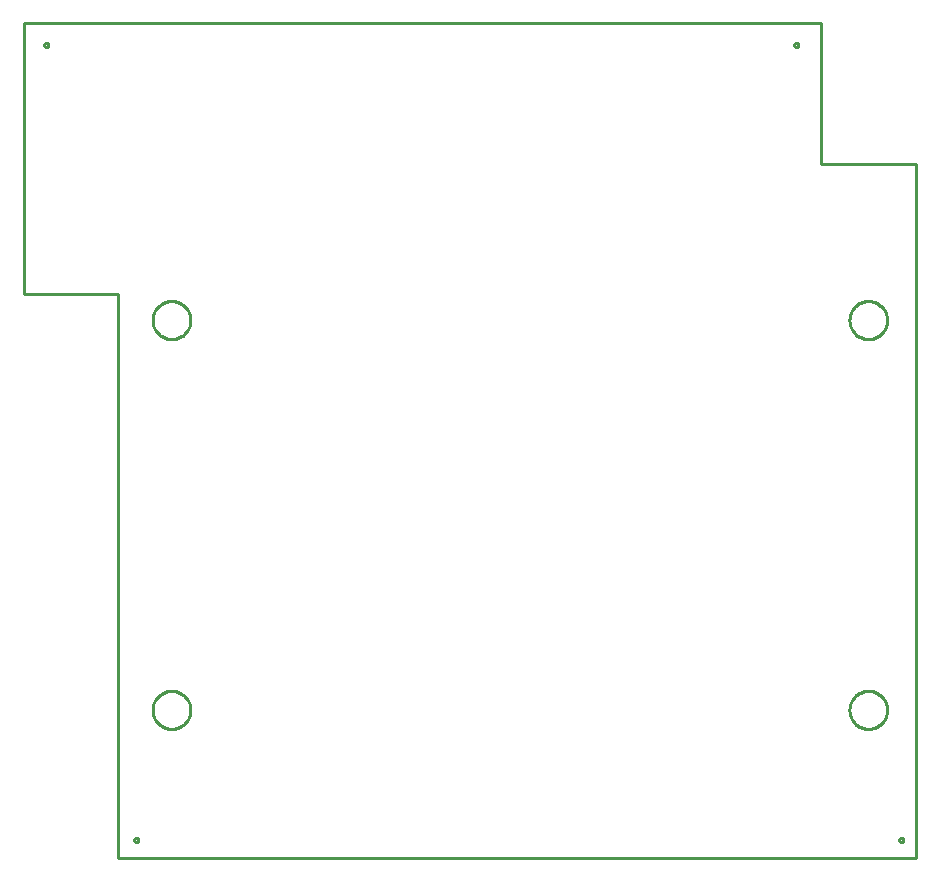
<source format=gbr>
G04 EAGLE Gerber RS-274X export*
G75*
%MOMM*%
%FSLAX34Y34*%
%LPD*%
%INProfile*%
%IPPOS*%
%AMOC8*
5,1,8,0,0,1.08239X$1,22.5*%
G01*
%ADD10C,0.254000*%


D10*
X70000Y640000D02*
X150000Y640000D01*
X150000Y163000D01*
X825000Y163000D01*
X825000Y750000D01*
X745000Y750000D01*
X745000Y870000D01*
X70000Y870000D01*
X70000Y640000D01*
X211000Y617476D02*
X210932Y616431D01*
X210795Y615392D01*
X210590Y614365D01*
X210319Y613353D01*
X209983Y612361D01*
X209582Y611393D01*
X209118Y610454D01*
X208595Y609546D01*
X208013Y608675D01*
X207375Y607844D01*
X206684Y607057D01*
X205943Y606316D01*
X205156Y605625D01*
X204325Y604988D01*
X203454Y604406D01*
X202546Y603882D01*
X201607Y603418D01*
X200639Y603017D01*
X199647Y602681D01*
X198635Y602410D01*
X197608Y602205D01*
X196569Y602069D01*
X195524Y602000D01*
X194476Y602000D01*
X193431Y602069D01*
X192392Y602205D01*
X191365Y602410D01*
X190353Y602681D01*
X189361Y603017D01*
X188393Y603418D01*
X187454Y603882D01*
X186546Y604406D01*
X185675Y604988D01*
X184844Y605625D01*
X184057Y606316D01*
X183316Y607057D01*
X182625Y607844D01*
X181988Y608675D01*
X181406Y609546D01*
X180882Y610454D01*
X180418Y611393D01*
X180017Y612361D01*
X179681Y613353D01*
X179410Y614365D01*
X179205Y615392D01*
X179069Y616431D01*
X179000Y617476D01*
X179000Y618524D01*
X179069Y619569D01*
X179205Y620608D01*
X179410Y621635D01*
X179681Y622647D01*
X180017Y623639D01*
X180418Y624607D01*
X180882Y625546D01*
X181406Y626454D01*
X181988Y627325D01*
X182625Y628156D01*
X183316Y628943D01*
X184057Y629684D01*
X184844Y630375D01*
X185675Y631013D01*
X186546Y631595D01*
X187454Y632118D01*
X188393Y632582D01*
X189361Y632983D01*
X190353Y633319D01*
X191365Y633590D01*
X192392Y633795D01*
X193431Y633932D01*
X194476Y634000D01*
X195524Y634000D01*
X196569Y633932D01*
X197608Y633795D01*
X198635Y633590D01*
X199647Y633319D01*
X200639Y632983D01*
X201607Y632582D01*
X202546Y632118D01*
X203454Y631595D01*
X204325Y631013D01*
X205156Y630375D01*
X205943Y629684D01*
X206684Y628943D01*
X207375Y628156D01*
X208013Y627325D01*
X208595Y626454D01*
X209118Y625546D01*
X209582Y624607D01*
X209983Y623639D01*
X210319Y622647D01*
X210590Y621635D01*
X210795Y620608D01*
X210932Y619569D01*
X211000Y618524D01*
X211000Y617476D01*
X211000Y287476D02*
X210932Y286431D01*
X210795Y285392D01*
X210590Y284365D01*
X210319Y283353D01*
X209983Y282361D01*
X209582Y281393D01*
X209118Y280454D01*
X208595Y279546D01*
X208013Y278675D01*
X207375Y277844D01*
X206684Y277057D01*
X205943Y276316D01*
X205156Y275625D01*
X204325Y274988D01*
X203454Y274406D01*
X202546Y273882D01*
X201607Y273418D01*
X200639Y273017D01*
X199647Y272681D01*
X198635Y272410D01*
X197608Y272205D01*
X196569Y272069D01*
X195524Y272000D01*
X194476Y272000D01*
X193431Y272069D01*
X192392Y272205D01*
X191365Y272410D01*
X190353Y272681D01*
X189361Y273017D01*
X188393Y273418D01*
X187454Y273882D01*
X186546Y274406D01*
X185675Y274988D01*
X184844Y275625D01*
X184057Y276316D01*
X183316Y277057D01*
X182625Y277844D01*
X181988Y278675D01*
X181406Y279546D01*
X180882Y280454D01*
X180418Y281393D01*
X180017Y282361D01*
X179681Y283353D01*
X179410Y284365D01*
X179205Y285392D01*
X179069Y286431D01*
X179000Y287476D01*
X179000Y288524D01*
X179069Y289569D01*
X179205Y290608D01*
X179410Y291635D01*
X179681Y292647D01*
X180017Y293639D01*
X180418Y294607D01*
X180882Y295546D01*
X181406Y296454D01*
X181988Y297325D01*
X182625Y298156D01*
X183316Y298943D01*
X184057Y299684D01*
X184844Y300375D01*
X185675Y301013D01*
X186546Y301595D01*
X187454Y302118D01*
X188393Y302582D01*
X189361Y302983D01*
X190353Y303319D01*
X191365Y303590D01*
X192392Y303795D01*
X193431Y303932D01*
X194476Y304000D01*
X195524Y304000D01*
X196569Y303932D01*
X197608Y303795D01*
X198635Y303590D01*
X199647Y303319D01*
X200639Y302983D01*
X201607Y302582D01*
X202546Y302118D01*
X203454Y301595D01*
X204325Y301013D01*
X205156Y300375D01*
X205943Y299684D01*
X206684Y298943D01*
X207375Y298156D01*
X208013Y297325D01*
X208595Y296454D01*
X209118Y295546D01*
X209582Y294607D01*
X209983Y293639D01*
X210319Y292647D01*
X210590Y291635D01*
X210795Y290608D01*
X210932Y289569D01*
X211000Y288524D01*
X211000Y287476D01*
X801000Y617476D02*
X800932Y616431D01*
X800795Y615392D01*
X800590Y614365D01*
X800319Y613353D01*
X799983Y612361D01*
X799582Y611393D01*
X799118Y610454D01*
X798595Y609546D01*
X798013Y608675D01*
X797375Y607844D01*
X796684Y607057D01*
X795943Y606316D01*
X795156Y605625D01*
X794325Y604988D01*
X793454Y604406D01*
X792546Y603882D01*
X791607Y603418D01*
X790639Y603017D01*
X789647Y602681D01*
X788635Y602410D01*
X787608Y602205D01*
X786569Y602069D01*
X785524Y602000D01*
X784476Y602000D01*
X783431Y602069D01*
X782392Y602205D01*
X781365Y602410D01*
X780353Y602681D01*
X779361Y603017D01*
X778393Y603418D01*
X777454Y603882D01*
X776546Y604406D01*
X775675Y604988D01*
X774844Y605625D01*
X774057Y606316D01*
X773316Y607057D01*
X772625Y607844D01*
X771988Y608675D01*
X771406Y609546D01*
X770882Y610454D01*
X770418Y611393D01*
X770017Y612361D01*
X769681Y613353D01*
X769410Y614365D01*
X769205Y615392D01*
X769069Y616431D01*
X769000Y617476D01*
X769000Y618524D01*
X769069Y619569D01*
X769205Y620608D01*
X769410Y621635D01*
X769681Y622647D01*
X770017Y623639D01*
X770418Y624607D01*
X770882Y625546D01*
X771406Y626454D01*
X771988Y627325D01*
X772625Y628156D01*
X773316Y628943D01*
X774057Y629684D01*
X774844Y630375D01*
X775675Y631013D01*
X776546Y631595D01*
X777454Y632118D01*
X778393Y632582D01*
X779361Y632983D01*
X780353Y633319D01*
X781365Y633590D01*
X782392Y633795D01*
X783431Y633932D01*
X784476Y634000D01*
X785524Y634000D01*
X786569Y633932D01*
X787608Y633795D01*
X788635Y633590D01*
X789647Y633319D01*
X790639Y632983D01*
X791607Y632582D01*
X792546Y632118D01*
X793454Y631595D01*
X794325Y631013D01*
X795156Y630375D01*
X795943Y629684D01*
X796684Y628943D01*
X797375Y628156D01*
X798013Y627325D01*
X798595Y626454D01*
X799118Y625546D01*
X799582Y624607D01*
X799983Y623639D01*
X800319Y622647D01*
X800590Y621635D01*
X800795Y620608D01*
X800932Y619569D01*
X801000Y618524D01*
X801000Y617476D01*
X801000Y287476D02*
X800932Y286431D01*
X800795Y285392D01*
X800590Y284365D01*
X800319Y283353D01*
X799983Y282361D01*
X799582Y281393D01*
X799118Y280454D01*
X798595Y279546D01*
X798013Y278675D01*
X797375Y277844D01*
X796684Y277057D01*
X795943Y276316D01*
X795156Y275625D01*
X794325Y274988D01*
X793454Y274406D01*
X792546Y273882D01*
X791607Y273418D01*
X790639Y273017D01*
X789647Y272681D01*
X788635Y272410D01*
X787608Y272205D01*
X786569Y272069D01*
X785524Y272000D01*
X784476Y272000D01*
X783431Y272069D01*
X782392Y272205D01*
X781365Y272410D01*
X780353Y272681D01*
X779361Y273017D01*
X778393Y273418D01*
X777454Y273882D01*
X776546Y274406D01*
X775675Y274988D01*
X774844Y275625D01*
X774057Y276316D01*
X773316Y277057D01*
X772625Y277844D01*
X771988Y278675D01*
X771406Y279546D01*
X770882Y280454D01*
X770418Y281393D01*
X770017Y282361D01*
X769681Y283353D01*
X769410Y284365D01*
X769205Y285392D01*
X769069Y286431D01*
X769000Y287476D01*
X769000Y288524D01*
X769069Y289569D01*
X769205Y290608D01*
X769410Y291635D01*
X769681Y292647D01*
X770017Y293639D01*
X770418Y294607D01*
X770882Y295546D01*
X771406Y296454D01*
X771988Y297325D01*
X772625Y298156D01*
X773316Y298943D01*
X774057Y299684D01*
X774844Y300375D01*
X775675Y301013D01*
X776546Y301595D01*
X777454Y302118D01*
X778393Y302582D01*
X779361Y302983D01*
X780353Y303319D01*
X781365Y303590D01*
X782392Y303795D01*
X783431Y303932D01*
X784476Y304000D01*
X785524Y304000D01*
X786569Y303932D01*
X787608Y303795D01*
X788635Y303590D01*
X789647Y303319D01*
X790639Y302983D01*
X791607Y302582D01*
X792546Y302118D01*
X793454Y301595D01*
X794325Y301013D01*
X795156Y300375D01*
X795943Y299684D01*
X796684Y298943D01*
X797375Y298156D01*
X798013Y297325D01*
X798595Y296454D01*
X799118Y295546D01*
X799582Y294607D01*
X799983Y293639D01*
X800319Y292647D01*
X800590Y291635D01*
X800795Y290608D01*
X800932Y289569D01*
X801000Y288524D01*
X801000Y287476D01*
X725650Y850728D02*
X725583Y850390D01*
X725451Y850071D01*
X725259Y849784D01*
X725016Y849541D01*
X724729Y849349D01*
X724410Y849217D01*
X724072Y849150D01*
X723728Y849150D01*
X723390Y849217D01*
X723071Y849349D01*
X722784Y849541D01*
X722541Y849784D01*
X722349Y850071D01*
X722217Y850390D01*
X722150Y850728D01*
X722150Y851072D01*
X722217Y851410D01*
X722349Y851729D01*
X722541Y852016D01*
X722784Y852259D01*
X723071Y852451D01*
X723390Y852583D01*
X723728Y852650D01*
X724072Y852650D01*
X724410Y852583D01*
X724729Y852451D01*
X725016Y852259D01*
X725259Y852016D01*
X725451Y851729D01*
X725583Y851410D01*
X725650Y851072D01*
X725650Y850728D01*
X166850Y177628D02*
X166783Y177290D01*
X166651Y176971D01*
X166459Y176684D01*
X166216Y176441D01*
X165929Y176249D01*
X165610Y176117D01*
X165272Y176050D01*
X164928Y176050D01*
X164590Y176117D01*
X164271Y176249D01*
X163984Y176441D01*
X163741Y176684D01*
X163549Y176971D01*
X163417Y177290D01*
X163350Y177628D01*
X163350Y177972D01*
X163417Y178310D01*
X163549Y178629D01*
X163741Y178916D01*
X163984Y179159D01*
X164271Y179351D01*
X164590Y179483D01*
X164928Y179550D01*
X165272Y179550D01*
X165610Y179483D01*
X165929Y179351D01*
X166216Y179159D01*
X166459Y178916D01*
X166651Y178629D01*
X166783Y178310D01*
X166850Y177972D01*
X166850Y177628D01*
X814550Y177628D02*
X814483Y177290D01*
X814351Y176971D01*
X814159Y176684D01*
X813916Y176441D01*
X813629Y176249D01*
X813310Y176117D01*
X812972Y176050D01*
X812628Y176050D01*
X812290Y176117D01*
X811971Y176249D01*
X811684Y176441D01*
X811441Y176684D01*
X811249Y176971D01*
X811117Y177290D01*
X811050Y177628D01*
X811050Y177972D01*
X811117Y178310D01*
X811249Y178629D01*
X811441Y178916D01*
X811684Y179159D01*
X811971Y179351D01*
X812290Y179483D01*
X812628Y179550D01*
X812972Y179550D01*
X813310Y179483D01*
X813629Y179351D01*
X813916Y179159D01*
X814159Y178916D01*
X814351Y178629D01*
X814483Y178310D01*
X814550Y177972D01*
X814550Y177628D01*
X90650Y850728D02*
X90583Y850390D01*
X90451Y850071D01*
X90259Y849784D01*
X90016Y849541D01*
X89729Y849349D01*
X89410Y849217D01*
X89072Y849150D01*
X88728Y849150D01*
X88390Y849217D01*
X88071Y849349D01*
X87784Y849541D01*
X87541Y849784D01*
X87349Y850071D01*
X87217Y850390D01*
X87150Y850728D01*
X87150Y851072D01*
X87217Y851410D01*
X87349Y851729D01*
X87541Y852016D01*
X87784Y852259D01*
X88071Y852451D01*
X88390Y852583D01*
X88728Y852650D01*
X89072Y852650D01*
X89410Y852583D01*
X89729Y852451D01*
X90016Y852259D01*
X90259Y852016D01*
X90451Y851729D01*
X90583Y851410D01*
X90650Y851072D01*
X90650Y850728D01*
M02*

</source>
